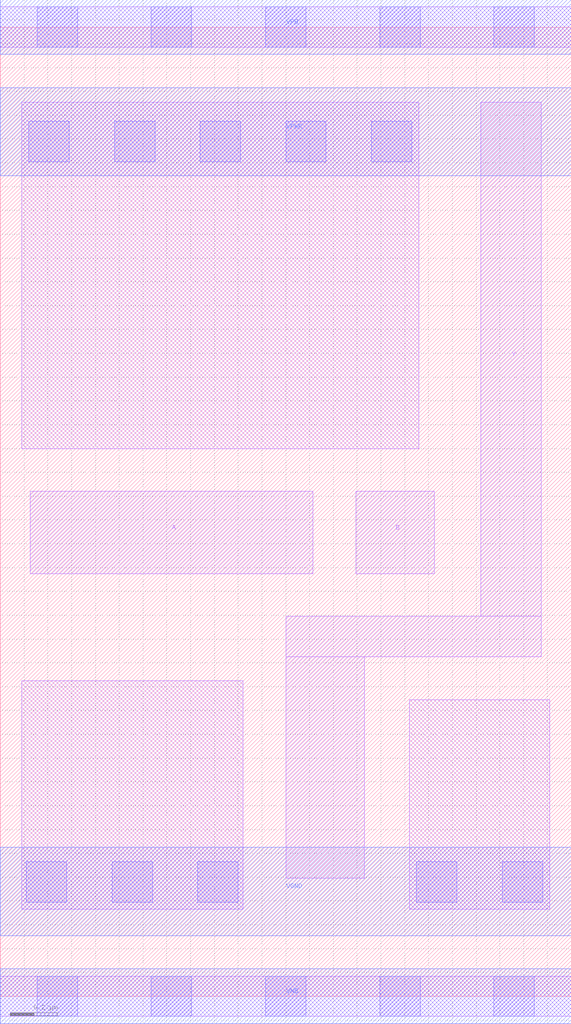
<source format=lef>
# Copyright 2020 The SkyWater PDK Authors
#
# Licensed under the Apache License, Version 2.0 (the "License");
# you may not use this file except in compliance with the License.
# You may obtain a copy of the License at
#
#     https://www.apache.org/licenses/LICENSE-2.0
#
# Unless required by applicable law or agreed to in writing, software
# distributed under the License is distributed on an "AS IS" BASIS,
# WITHOUT WARRANTIES OR CONDITIONS OF ANY KIND, either express or implied.
# See the License for the specific language governing permissions and
# limitations under the License.
#
# SPDX-License-Identifier: Apache-2.0

VERSION 5.5 ;
NAMESCASESENSITIVE ON ;
BUSBITCHARS "[]" ;
DIVIDERCHAR "/" ;
MACRO sky130_fd_sc_hvl__nor2_1
  CLASS CORE ;
  SOURCE USER ;
  ORIGIN  0.000000  0.000000 ;
  SIZE  2.400000 BY  4.070000 ;
  SYMMETRY X Y ;
  SITE unithv ;
  PIN A
    ANTENNAGATEAREA  1.125000 ;
    DIRECTION INPUT ;
    USE SIGNAL ;
    PORT
      LAYER li1 ;
        RECT 0.125000 1.775000 1.315000 2.120000 ;
    END
  END A
  PIN B
    ANTENNAGATEAREA  1.125000 ;
    DIRECTION INPUT ;
    USE SIGNAL ;
    PORT
      LAYER li1 ;
        RECT 1.495000 1.775000 1.825000 2.120000 ;
    END
  END B
  PIN Y
    ANTENNADIFFAREA  0.637500 ;
    DIRECTION OUTPUT ;
    USE SIGNAL ;
    PORT
      LAYER li1 ;
        RECT 1.200000 0.495000 1.530000 1.425000 ;
        RECT 1.200000 1.425000 2.275000 1.595000 ;
        RECT 2.020000 1.595000 2.275000 3.755000 ;
    END
  END Y
  PIN VGND
    DIRECTION INOUT ;
    USE GROUND ;
    PORT
      LAYER met1 ;
        RECT 0.000000 0.255000 2.400000 0.625000 ;
    END
  END VGND
  PIN VNB
    DIRECTION INOUT ;
    USE GROUND ;
    PORT
      LAYER met1 ;
        RECT 0.000000 -0.115000 2.400000 0.115000 ;
    END
  END VNB
  PIN VPB
    DIRECTION INOUT ;
    USE POWER ;
    PORT
      LAYER met1 ;
        RECT 0.000000 3.955000 2.400000 4.185000 ;
    END
  END VPB
  PIN VPWR
    DIRECTION INOUT ;
    USE POWER ;
    PORT
      LAYER met1 ;
        RECT 0.000000 3.445000 2.400000 3.815000 ;
    END
  END VPWR
  OBS
    LAYER li1 ;
      RECT 0.000000 -0.085000 2.400000 0.085000 ;
      RECT 0.000000  3.985000 2.400000 4.155000 ;
      RECT 0.090000  0.365000 1.020000 1.325000 ;
      RECT 0.090000  2.300000 1.760000 3.755000 ;
      RECT 1.720000  0.365000 2.310000 1.245000 ;
    LAYER mcon ;
      RECT 0.110000  0.395000 0.280000 0.565000 ;
      RECT 0.120000  3.505000 0.290000 3.675000 ;
      RECT 0.155000 -0.085000 0.325000 0.085000 ;
      RECT 0.155000 -0.085000 0.325000 0.085000 ;
      RECT 0.155000  3.985000 0.325000 4.155000 ;
      RECT 0.155000  3.985000 0.325000 4.155000 ;
      RECT 0.470000  0.395000 0.640000 0.565000 ;
      RECT 0.480000  3.505000 0.650000 3.675000 ;
      RECT 0.635000 -0.085000 0.805000 0.085000 ;
      RECT 0.635000 -0.085000 0.805000 0.085000 ;
      RECT 0.635000  3.985000 0.805000 4.155000 ;
      RECT 0.635000  3.985000 0.805000 4.155000 ;
      RECT 0.830000  0.395000 1.000000 0.565000 ;
      RECT 0.840000  3.505000 1.010000 3.675000 ;
      RECT 1.115000 -0.085000 1.285000 0.085000 ;
      RECT 1.115000 -0.085000 1.285000 0.085000 ;
      RECT 1.115000  3.985000 1.285000 4.155000 ;
      RECT 1.115000  3.985000 1.285000 4.155000 ;
      RECT 1.200000  3.505000 1.370000 3.675000 ;
      RECT 1.560000  3.505000 1.730000 3.675000 ;
      RECT 1.595000 -0.085000 1.765000 0.085000 ;
      RECT 1.595000 -0.085000 1.765000 0.085000 ;
      RECT 1.595000  3.985000 1.765000 4.155000 ;
      RECT 1.595000  3.985000 1.765000 4.155000 ;
      RECT 1.750000  0.395000 1.920000 0.565000 ;
      RECT 2.075000 -0.085000 2.245000 0.085000 ;
      RECT 2.075000 -0.085000 2.245000 0.085000 ;
      RECT 2.075000  3.985000 2.245000 4.155000 ;
      RECT 2.075000  3.985000 2.245000 4.155000 ;
      RECT 2.110000  0.395000 2.280000 0.565000 ;
  END
END sky130_fd_sc_hvl__nor2_1

</source>
